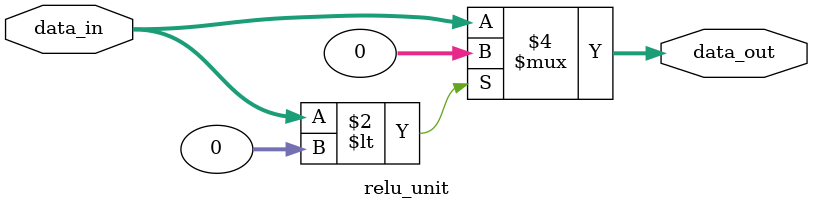
<source format=sv>
module relu_unit (
    input logic [31:0] data_in,
    output logic [31:0] data_out
);
    always_comb begin
        if (data_in < 0) 
            data_out = 0;
        else 
            data_out = data_in;
    end
endmodule
</source>
